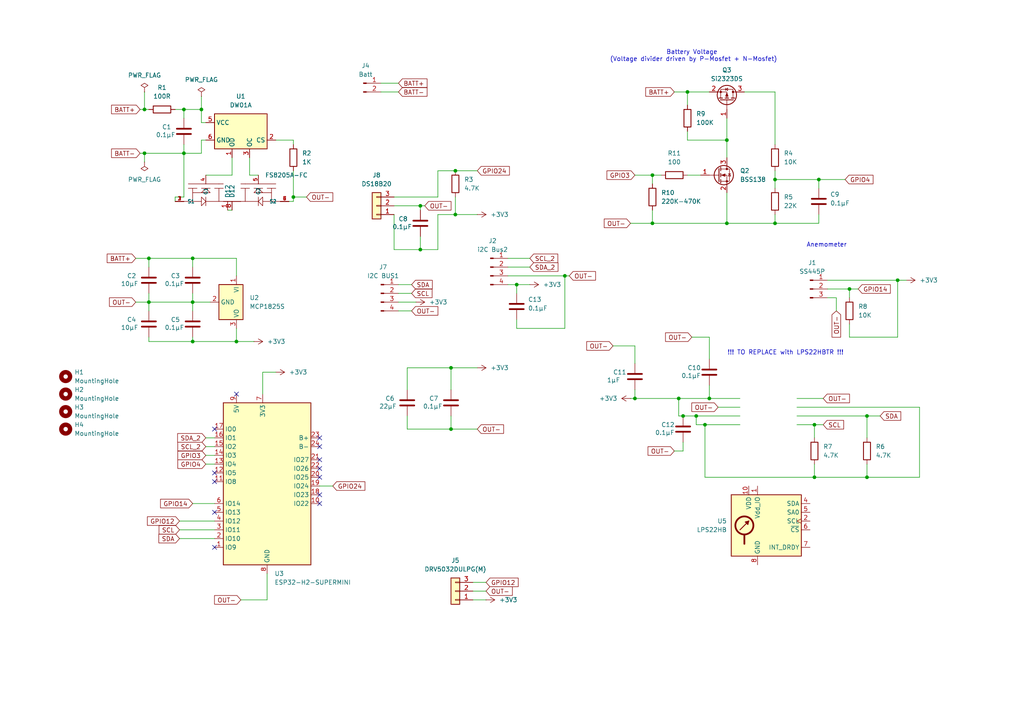
<source format=kicad_sch>
(kicad_sch (version 20250114) (generator "eeschema") (generator_version "9.0")
  (paper "A4")
  (lib_symbols
    (symbol "Battery_Management:DW01A"
      (property "Reference" "U" (at -6.604 6.35 0))
      (property "Value" "DW01A" (at 4.318 6.604 0))
      (symbol "DW01A_0_1"
        (pin power_in line (at -10.16 2.54 0) (length 2.54) (name "VCC") (number "5"))
        (pin power_in line (at -10.16 -2.54 0) (length 2.54) (name "GND") (number "6"))
        (pin output line (at -2.54 -7.62 90) (length 2.54) (name "OD") (number "1"))
        (pin output line (at 2.54 -7.62 90) (length 2.54) (name "OC") (number "3"))
        (pin input line (at 10.16 -2.54 180) (length 2.54) (name "CS") (number "2"))
      )
      (symbol "DW01A_1_1"
        (rectangle (start -7.62 5.08) (end 7.62 -5.08) (stroke (width 0.254)) (fill (type background)))
        (pin no_connect line (at 10.16 2.54 180) (length 2.54) (hide yes) (name "TD") (number "4"))
      )
    )
    (symbol "Connector:Conn_01x02_Pin" (pin_names (offset 1.016) (hide yes))
      (property "Reference" "J" (at 0 2.54 0))
      (property "Value" "Conn_01x02_Pin" (at 0 -5.08 0))
      (symbol "Conn_01x02_Pin_1_1"
        (rectangle (start 0.8636 0.127) (end 0 -0.127) (stroke (width 0.1524)) (fill (type outline)))
        (rectangle (start 0.8636 -2.413) (end 0 -2.667) (stroke (width 0.1524)) (fill (type outline)))
        (polyline (pts (xy 1.27 0) (xy 0.8636 0)) (stroke (width 0.1524)))
        (polyline (pts (xy 1.27 -2.54) (xy 0.8636 -2.54)) (stroke (width 0.1524)))
        (pin passive line (at 5.08 0 180) (length 3.81) (name "Pin_1") (number "1"))
        (pin passive line (at 5.08 -2.54 180) (length 3.81) (name "Pin_2") (number "2"))
      )
    )
    (symbol "Connector:Conn_01x03_Pin" (pin_names (offset 1.016) (hide yes))
      (property "Reference" "J" (at 0 5.08 0))
      (property "Value" "Conn_01x03_Pin" (at 0 -5.08 0))
      (symbol "Conn_01x03_Pin_1_1"
        (rectangle (start 0.8636 2.667) (end 0 2.413) (stroke (width 0.1524)) (fill (type outline)))
        (rectangle (start 0.8636 0.127) (end 0 -0.127) (stroke (width 0.1524)) (fill (type outline)))
        (rectangle (start 0.8636 -2.413) (end 0 -2.667) (stroke (width 0.1524)) (fill (type outline)))
        (polyline (pts (xy 1.27 2.54) (xy 0.8636 2.54)) (stroke (width 0.1524)))
        (polyline (pts (xy 1.27 0) (xy 0.8636 0)) (stroke (width 0.1524)))
        (polyline (pts (xy 1.27 -2.54) (xy 0.8636 -2.54)) (stroke (width 0.1524)))
        (pin passive line (at 5.08 2.54 180) (length 3.81) (name "Pin_1") (number "1"))
        (pin passive line (at 5.08 0 180) (length 3.81) (name "Pin_2") (number "2"))
        (pin passive line (at 5.08 -2.54 180) (length 3.81) (name "Pin_3") (number "3"))
      )
    )
    (symbol "Connector:Conn_01x04_Pin" (pin_names (offset 1.016) (hide yes))
      (property "Reference" "J" (at 0 5.08 0))
      (property "Value" "Conn_01x04_Pin" (at 0 -7.62 0))
      (symbol "Conn_01x04_Pin_1_1"
        (rectangle (start 0.8636 2.667) (end 0 2.413) (stroke (width 0.1524)) (fill (type outline)))
        (rectangle (start 0.8636 0.127) (end 0 -0.127) (stroke (width 0.1524)) (fill (type outline)))
        (rectangle (start 0.8636 -2.413) (end 0 -2.667) (stroke (width 0.1524)) (fill (type outline)))
        (rectangle (start 0.8636 -4.953) (end 0 -5.207) (stroke (width 0.1524)) (fill (type outline)))
        (polyline (pts (xy 1.27 2.54) (xy 0.8636 2.54)) (stroke (width 0.1524)))
        (polyline (pts (xy 1.27 0) (xy 0.8636 0)) (stroke (width 0.1524)))
        (polyline (pts (xy 1.27 -2.54) (xy 0.8636 -2.54)) (stroke (width 0.1524)))
        (polyline (pts (xy 1.27 -5.08) (xy 0.8636 -5.08)) (stroke (width 0.1524)))
        (pin passive line (at 5.08 2.54 180) (length 3.81) (name "Pin_1") (number "1"))
        (pin passive line (at 5.08 0 180) (length 3.81) (name "Pin_2") (number "2"))
        (pin passive line (at 5.08 -2.54 180) (length 3.81) (name "Pin_3") (number "3"))
        (pin passive line (at 5.08 -5.08 180) (length 3.81) (name "Pin_4") (number "4"))
      )
    )
    (symbol "Connector_Generic:Conn_01x03" (pin_names (offset 1.016) (hide yes))
      (property "Reference" "J" (at 0 5.08 0))
      (property "Value" "Conn_01x03" (at 0 -5.08 0))
      (symbol "Conn_01x03_1_1"
        (rectangle (start -1.27 3.81) (end 1.27 -3.81) (stroke (width 0.254)) (fill (type background)))
        (rectangle (start -1.27 2.667) (end 0 2.413) (stroke (width 0.1524)))
        (rectangle (start -1.27 0.127) (end 0 -0.127) (stroke (width 0.1524)))
        (rectangle (start -1.27 -2.413) (end 0 -2.667) (stroke (width 0.1524)))
        (pin passive line (at -5.08 2.54 0) (length 3.81) (name "Pin_1") (number "1"))
        (pin passive line (at -5.08 0 0) (length 3.81) (name "Pin_2") (number "2"))
        (pin passive line (at -5.08 -2.54 0) (length 3.81) (name "Pin_3") (number "3"))
      )
    )
    (symbol "Device:C" (pin_numbers (hide yes)) (pin_names (offset 0.254))
      (property "Reference" "C" (at 0.635 2.54 0))
      (property "Value" "C" (at 0.635 -2.54 0))
      (symbol "C_0_1"
        (polyline (pts (xy -2.032 0.762) (xy 2.032 0.762)) (stroke (width 0.508)))
        (polyline (pts (xy -2.032 -0.762) (xy 2.032 -0.762)) (stroke (width 0.508)))
      )
      (symbol "C_1_1"
        (pin passive line (at 0 3.81 270) (length 2.794) (name "~") (number "1"))
        (pin passive line (at 0 -3.81 90) (length 2.794) (name "~") (number "2"))
      )
    )
    (symbol "Device:R" (pin_numbers (hide yes)) (pin_names (offset 0))
      (property "Reference" "R" (at 2.032 0 90))
      (property "Value" "R" (at 0 0 90))
      (symbol "R_0_1"
        (rectangle (start -1.016 -2.54) (end 1.016 2.54) (stroke (width 0.254)))
      )
      (symbol "R_1_1"
        (pin passive line (at 0 3.81 270) (length 1.27) (name "~") (number "1"))
        (pin passive line (at 0 -3.81 90) (length 1.27) (name "~") (number "2"))
      )
    )
    (symbol "ESP32H2-Supermini:ESP32-S3-MINI-1"
      (property "Reference" "U" (at -11.43 29.21 0))
      (property "Value" "ESP32-H2-SUPERMINI" (at 12.7 29.21 0))
      (symbol "ESP32-S3-MINI-1_0_1"
        (rectangle (start -12.7 27.94) (end 12.7 -19.05) (stroke (width 0.254)) (fill (type background)))
      )
      (symbol "ESP32-S3-MINI-1_1_1"
        (pin bidirectional line (at -15.24 20.32 0) (length 2.54) (name "IO0") (number "17"))
        (pin bidirectional line (at -15.24 17.78 0) (length 2.54) (name "IO1") (number "16"))
        (pin bidirectional line (at -15.24 15.24 0) (length 2.54) (name "IO2") (number "15"))
        (pin bidirectional line (at -15.24 12.7 0) (length 2.54) (name "IO3") (number "14"))
        (pin bidirectional line (at -15.24 10.16 0) (length 2.54) (name "IO4") (number "13"))
        (pin bidirectional line (at -15.24 7.62 0) (length 2.54) (name "IO5") (number "12"))
        (pin bidirectional line (at -15.24 5.08 0) (length 2.54) (name "IO8") (number "11"))
        (pin bidirectional line (at -15.24 -1.27 0) (length 2.54) (name "IO14") (number "6"))
        (pin bidirectional line (at -15.24 -3.81 0) (length 2.54) (name "IO13") (number "5"))
        (pin bidirectional line (at -15.24 -6.35 0) (length 2.54) (name "IO12") (number "4"))
        (pin bidirectional line (at -15.24 -8.89 0) (length 2.54) (name "IO11") (number "3"))
        (pin bidirectional line (at -15.24 -11.43 0) (length 2.54) (name "IO10") (number "2"))
        (pin bidirectional line (at -15.24 -13.97 0) (length 2.54) (name "IO9") (number "1"))
        (pin power_in line (at -8.89 30.48 270) (length 2.54) (name "5V") (number "9"))
        (pin power_in line (at -1.27 30.48 270) (length 2.54) (name "3V3") (number "7"))
        (pin power_out line (at 0 -21.59 90) (length 2.54) (name "GND") (number "8"))
        (pin bidirectional line (at 15.24 17.78 180) (length 2.54) (name "B+") (number "23"))
        (pin bidirectional line (at 15.24 15.24 180) (length 2.54) (name "B-") (number "24"))
        (pin bidirectional line (at 15.24 11.43 180) (length 2.54) (name "IO27") (number "21"))
        (pin bidirectional line (at 15.24 8.89 180) (length 2.54) (name "IO26") (number "22"))
        (pin bidirectional line (at 15.24 6.35 180) (length 2.54) (name "IO25") (number "20"))
        (pin bidirectional line (at 15.24 3.81 180) (length 2.54) (name "IO24") (number "19"))
        (pin bidirectional line (at 15.24 1.27 180) (length 2.54) (name "IO23") (number "18"))
        (pin bidirectional line (at 15.24 -1.27 180) (length 2.54) (name "IO22") (number "10"))
      )
    )
    (symbol "FS8205A:FS8205A-FC" (pin_names (offset 1.016))
      (property "Value" "FS8205A-FC" (at -12.065 13.335 90))
      (symbol "FS8205A-FC_0_1"
        (polyline (pts (xy -6.35 6.35) (xy -7.62 6.35)))
        (polyline (pts (xy -6.35 6.35) (xy -6.35 2.54)))
        (polyline (pts (xy -6.35 6.35) (xy -5.08 6.35)))
        (polyline (pts (xy -3.81 6.35) (xy -2.54 6.35)))
        (polyline (pts (xy -3.81 2.54) (xy -8.89 2.54)))
        (polyline (pts (xy -2.54 6.35) (xy -3.81 5.08) (xy -1.27 5.08) (xy -2.54 6.35)))
        (polyline (pts (xy -2.54 5.08) (xy -6.35 5.08)))
        (polyline (pts (xy -2.54 3.81) (xy -2.54 1.27)))
        (polyline (pts (xy -2.54 2.54) (xy 7.62 2.54)))
        (polyline (pts (xy -2.54 2.54) (xy -3.81 3.81) (xy -3.81 1.27) (xy -2.54 2.54)))
        (polyline (pts (xy -1.27 6.35) (xy -2.54 6.35)))
        (polyline (pts (xy 1.27 7.62) (xy -7.62 7.62)))
        (polyline (pts (xy 1.27 2.54) (xy 1.27 6.35) (xy 0 6.35) (xy 2.54 6.35)))
        (polyline (pts (xy 2.54 7.62) (xy 1.27 7.62)))
        (polyline (pts (xy 7.62 7.62) (xy 8.89 7.62)))
        (polyline (pts (xy 8.89 7.62) (xy 17.78 7.62)))
        (polyline (pts (xy 8.89 2.54) (xy 8.89 6.35) (xy 10.16 6.35) (xy 7.62 6.35)))
        (polyline (pts (xy 11.43 6.35) (xy 12.7 6.35)))
        (polyline (pts (xy 12.7 6.35) (xy 13.97 5.08) (xy 11.43 5.08) (xy 12.7 6.35)))
        (polyline (pts (xy 12.7 5.08) (xy 16.51 5.08)))
        (polyline (pts (xy 12.7 3.81) (xy 12.7 1.27)))
        (polyline (pts (xy 12.7 2.54) (xy 2.54 2.54)))
        (polyline (pts (xy 12.7 2.54) (xy 13.97 3.81) (xy 13.97 1.27) (xy 12.7 2.54)))
        (polyline (pts (xy 13.97 6.35) (xy 12.7 6.35)))
        (polyline (pts (xy 13.97 2.54) (xy 19.05 2.54)))
        (polyline (pts (xy 16.51 6.35) (xy 15.24 6.35)))
        (polyline (pts (xy 16.51 6.35) (xy 16.51 2.54)))
        (polyline (pts (xy 16.51 6.35) (xy 17.78 6.35)))
      )
      (symbol "FS8205A-FC_1_0"
        (pin passive line (at -11.43 2.54 0) (length 2.54) (name "S1") (number "2"))
        (pin passive line (at -11.43 2.54 0) (length 2.54) (name "S1") (number "3"))
        (pin passive line (at -2.54 10.16 270) (length 2.54) (name "G1") (number "4"))
        (pin passive line (at 12.7 10.16 270) (length 2.54) (name "G2") (number "5"))
        (pin passive line (at 21.59 2.54 180) (length 2.54) (name "S2") (number "6"))
        (pin passive line (at 21.59 2.54 180) (length 2.54) (name "S2") (number "7"))
      )
      (symbol "FS8205A-FC_1_1"
        (pin passive line (at 3.81 0 90) (length 2.54) (name "D12") (number "1"))
        (pin passive line (at 5.08 0 90) (length 2.54) (name "D12") (number "8"))
      )
    )
    (symbol "Mechanical:MountingHole" (pin_names (offset 1.016)) (in_bom no)
      (property "Reference" "H" (at 0 5.08 0))
      (property "Value" "MountingHole" (at 0 3.175 0))
      (symbol "MountingHole_0_1"
        (circle (center 0 0) (radius 1.27) (stroke (width 1.27)))
      )
    )
    (symbol "Regulator_Linear:MCP1825S"
      (property "Reference" "U" (at -3.81 3.175 0))
      (property "Value" "MCP1825S" (at 0 3.175 0))
      (symbol "MCP1825S_0_1"
        (rectangle (start -5.08 1.905) (end 5.08 -5.08) (stroke (width 0.254)) (fill (type background)))
      )
      (symbol "MCP1825S_1_1"
        (pin power_in line (at -7.62 0 0) (length 2.54) (name "VI") (number "1"))
        (pin power_in line (at 0 -7.62 90) (length 2.54) (name "GND") (number "2"))
        (pin power_out line (at 7.62 0 180) (length 2.54) (name "VO") (number "3"))
      )
    )
    (symbol "Sensor_Pressure:LPS22HB"
      (property "Reference" "U" (at -11.43 1.27 0))
      (property "Value" "LPS22HB" (at -11.43 -1.27 0))
      (symbol "LPS22HB_0_1"
        (rectangle (start -10.16 10.16) (end 10.16 -7.62) (stroke (width 0.254)) (fill (type background)))
        (polyline (pts (xy -7.62 0) (xy -5.08 2.54)) (stroke (width 0.254)))
        (circle (center -6.35 1.27) (radius 2.6162) (stroke (width 0.508)))
        (polyline (pts (xy -6.35 -1.524) (xy -6.35 -4.064)) (stroke (width 0.508)))
        (polyline (pts (xy -5.08 2.54) (xy -5.334 1.524) (xy -6.096 2.286) (xy -5.08 2.54)) (stroke (width 0.254)) (fill (type outline)))
      )
      (symbol "LPS22HB_1_1"
        (pin power_in line (at -5.08 12.7 270) (length 2.54) (name "VDD") (number "10"))
        (pin power_in line (at -2.54 12.7 270) (length 2.54) (name "Vdd_IO") (number "1"))
        (pin passive line (at -2.54 -10.16 90) (length 2.54) (hide yes) (name "GND") (number "3"))
        (pin power_in line (at -2.54 -10.16 90) (length 2.54) (name "GND") (number "8"))
        (pin passive line (at -2.54 -10.16 90) (length 2.54) (hide yes) (name "GND") (number "9"))
        (pin bidirectional line (at 12.7 7.62 180) (length 2.54) (name "SDA") (number "4"))
        (pin input line (at 12.7 5.08 180) (length 2.54) (name "SA0") (number "5"))
        (pin input clock (at 12.7 2.54 180) (length 2.54) (name "SCL") (number "2"))
        (pin input line (at 12.7 0 180) (length 2.54) (name "~{CS}") (number "6"))
        (pin output line (at 12.7 -5.08 180) (length 2.54) (name "INT_DRDY") (number "7"))
      )
    )
    (symbol "Transistor_FET:BSS138" (pin_names (offset 0) (hide yes))
      (property "Reference" "Q" (at 5.08 1.905 0))
      (property "Value" "BSS138" (at 5.08 0 0))
      (symbol "BSS138_0_1"
        (polyline (pts (xy 0.254 1.905) (xy 0.254 -1.905)) (stroke (width 0.254)))
        (polyline (pts (xy 0.254 0) (xy -2.54 0)))
        (polyline (pts (xy 0.762 2.286) (xy 0.762 1.27)) (stroke (width 0.254)))
        (polyline (pts (xy 0.762 0.508) (xy 0.762 -0.508)) (stroke (width 0.254)))
        (polyline (pts (xy 0.762 -1.27) (xy 0.762 -2.286)) (stroke (width 0.254)))
        (polyline (pts (xy 0.762 -1.778) (xy 3.302 -1.778) (xy 3.302 1.778) (xy 0.762 1.778)))
        (polyline (pts (xy 1.016 0) (xy 2.032 0.381) (xy 2.032 -0.381) (xy 1.016 0)) (fill (type outline)))
        (circle (center 1.651 0) (radius 2.794) (stroke (width 0.254)))
        (polyline (pts (xy 2.54 2.54) (xy 2.54 1.778)))
        (circle (center 2.54 1.778) (radius 0.254) (fill (type outline)))
        (circle (center 2.54 -1.778) (radius 0.254) (fill (type outline)))
        (polyline (pts (xy 2.54 -2.54) (xy 2.54 0) (xy 0.762 0)))
        (polyline (pts (xy 2.921 0.381) (xy 3.683 0.381)))
        (polyline (pts (xy 3.302 0.381) (xy 2.921 -0.254) (xy 3.683 -0.254) (xy 3.302 0.381)))
      )
      (symbol "BSS138_1_1"
        (pin input line (at -5.08 0 0) (length 2.54) (name "G") (number "1"))
        (pin passive line (at 2.54 5.08 270) (length 2.54) (name "D") (number "3"))
        (pin passive line (at 2.54 -5.08 90) (length 2.54) (name "S") (number "2"))
      )
    )
    (symbol "Transistor_FET:Q_PMOS_GSD" (pin_names (offset 0) (hide yes))
      (property "Reference" "Q" (at 5.08 1.905 0))
      (property "Value" "Q_PMOS_GSD" (at 5.08 0 0))
      (symbol "Q_PMOS_GSD_0_1"
        (polyline (pts (xy 0.254 1.905) (xy 0.254 -1.905)) (stroke (width 0.254)))
        (polyline (pts (xy 0.254 0) (xy -2.54 0)))
        (polyline (pts (xy 0.762 2.286) (xy 0.762 1.27)) (stroke (width 0.254)))
        (polyline (pts (xy 0.762 1.778) (xy 3.302 1.778) (xy 3.302 -1.778) (xy 0.762 -1.778)))
        (polyline (pts (xy 0.762 0.508) (xy 0.762 -0.508)) (stroke (width 0.254)))
        (polyline (pts (xy 0.762 -1.27) (xy 0.762 -2.286)) (stroke (width 0.254)))
        (circle (center 1.651 0) (radius 2.794) (stroke (width 0.254)))
        (polyline (pts (xy 2.286 0) (xy 1.27 0.381) (xy 1.27 -0.381) (xy 2.286 0)) (fill (type outline)))
        (polyline (pts (xy 2.54 2.54) (xy 2.54 1.778)))
        (circle (center 2.54 1.778) (radius 0.254) (fill (type outline)))
        (circle (center 2.54 -1.778) (radius 0.254) (fill (type outline)))
        (polyline (pts (xy 2.54 -2.54) (xy 2.54 0) (xy 0.762 0)))
        (polyline (pts (xy 2.921 -0.381) (xy 3.683 -0.381)))
        (polyline (pts (xy 3.302 -0.381) (xy 2.921 0.254) (xy 3.683 0.254) (xy 3.302 -0.381)))
      )
      (symbol "Q_PMOS_GSD_1_1"
        (pin input line (at -5.08 0 0) (length 2.54) (name "G") (number "1"))
        (pin passive line (at 2.54 5.08 270) (length 2.54) (name "D") (number "3"))
        (pin passive line (at 2.54 -5.08 90) (length 2.54) (name "S") (number "2"))
      )
    )
    (symbol "power:+3V3" (power) (pin_numbers (hide yes)) (pin_names (offset 0) (hide yes))
      (property "Value" "+3V3" (at 0 3.556 0))
      (symbol "+3V3_0_1"
        (polyline (pts (xy -0.762 1.27) (xy 0 2.54)))
        (polyline (pts (xy 0 2.54) (xy 0.762 1.27)))
        (polyline (pts (xy 0 0) (xy 0 2.54)))
      )
      (symbol "+3V3_1_1"
        (pin power_in line (at 0 0 90) (length 0) (name "~") (number "1"))
      )
    )
    (symbol "power:PWR_FLAG" (power) (pin_numbers (hide yes)) (pin_names (offset 0) (hide yes))
      (property "Value" "PWR_FLAG" (at 0 3.81 0))
      (symbol "PWR_FLAG_0_0"
        (pin power_out line (at 0 0 90) (length 0) (name "~") (number "1"))
      )
      (symbol "PWR_FLAG_0_1"
        (polyline (pts (xy 0 0) (xy 0 1.27) (xy -1.016 1.905) (xy 0 2.54) (xy 1.016 1.905) (xy 0 1.27)))
      )
    )
  )
  (text "Anemometer" (at 239.776 71.12 0) (effects (font (size 1.27 1.27))))
  (text "!!! TO REPLACE with LPS22HBTR !!!" (at 227.838 102.362 0) (effects (font (size 1.27 1.27))))
  (text "Battery Voltage \n(Voltage divider driven by P-Mosfet + N-Mosfet)" (at 201.168 16.256 0) (effects (font (size 1.27 1.27))))
  (junction (at 189.23 64.77))
  (junction (at 205.74 115.57))
  (junction (at 237.49 52.07))
  (junction (at 41.91 44.45))
  (junction (at 199.39 26.67))
  (junction (at 68.58 99.06))
  (junction (at 204.47 123.19))
  (junction (at 196.85 115.57))
  (junction (at 246.38 83.82))
  (junction (at 163.83 80.01))
  (junction (at 260.35 81.28))
  (junction (at 130.81 106.68))
  (junction (at 41.91 31.75))
  (junction (at 224.79 52.07))
  (junction (at 210.82 64.77))
  (junction (at 121.92 59.69))
  (junction (at 55.88 99.06))
  (junction (at 130.81 124.46))
  (junction (at 201.93 120.65))
  (junction (at 251.46 120.65))
  (junction (at 85.09 57.15))
  (junction (at 236.22 138.43))
  (junction (at 198.12 120.65))
  (junction (at 58.42 31.75))
  (junction (at 132.08 62.23))
  (junction (at 149.86 82.55))
  (junction (at 53.34 44.45))
  (junction (at 121.92 72.39))
  (junction (at 210.82 40.64))
  (junction (at 43.18 74.93))
  (junction (at 55.88 74.93))
  (junction (at 184.15 115.57))
  (junction (at 55.88 87.63))
  (junction (at 189.23 50.8))
  (junction (at 224.79 64.77))
  (junction (at 236.22 123.19))
  (junction (at 132.08 49.53))
  (junction (at 43.18 87.63))
  (junction (at 251.46 138.43))
  (junction (at 53.34 31.75))
  (no_connect (at 92.71 138.43))
  (no_connect (at 62.23 139.7))
  (no_connect (at 62.23 158.75))
  (no_connect (at 92.71 146.05))
  (no_connect (at 92.71 135.89))
  (no_connect (at 92.71 127))
  (no_connect (at 62.23 137.16))
  (no_connect (at 68.58 114.3))
  (no_connect (at 62.23 124.46))
  (no_connect (at 62.23 148.59))
  (no_connect (at 92.71 129.54))
  (no_connect (at 92.71 133.35))
  (no_connect (at 92.71 143.51))
  (wire (pts (xy 149.86 95.25) (xy 163.83 95.25)))
  (wire (pts (xy 85.09 57.15) (xy 88.9 57.15)))
  (wire (pts (xy 251.46 120.65) (xy 251.46 127)))
  (wire (pts (xy 205.74 111.76) (xy 205.74 115.57)))
  (wire (pts (xy 50.8 57.15) (xy 53.34 57.15)))
  (wire (pts (xy 215.9 26.67) (xy 224.79 26.67)))
  (wire (pts (xy 236.22 138.43) (xy 204.47 138.43)))
  (wire (pts (xy 246.38 83.82) (xy 248.92 83.82)))
  (wire (pts (xy 251.46 134.62) (xy 251.46 138.43)))
  (wire (pts (xy 39.37 87.63) (xy 43.18 87.63)))
  (wire (pts (xy 266.7 118.11) (xy 266.7 138.43)))
  (wire (pts (xy 127 57.15) (xy 127 49.53)))
  (wire (pts (xy 149.86 82.55) (xy 149.86 85.09)))
  (wire (pts (xy 76.2 107.95) (xy 80.01 107.95)))
  (wire (pts (xy 110.49 26.67) (xy 115.57 26.67)))
  (wire (pts (xy 195.58 26.67) (xy 199.39 26.67)))
  (wire (pts (xy 43.18 74.93) (xy 43.18 77.47)))
  (wire (pts (xy 59.69 129.54) (xy 62.23 129.54)))
  (wire (pts (xy 53.34 31.75) (xy 58.42 31.75)))
  (wire (pts (xy 196.85 120.65) (xy 196.85 115.57)))
  (wire (pts (xy 196.85 115.57) (xy 205.74 115.57)))
  (wire (pts (xy 189.23 50.8) (xy 191.77 50.8)))
  (wire (pts (xy 114.3 59.69) (xy 121.92 59.69)))
  (wire (pts (xy 199.39 40.64) (xy 210.82 40.64)))
  (wire (pts (xy 204.47 123.19) (xy 201.93 123.19)))
  (wire (pts (xy 58.42 35.56) (xy 59.69 35.56)))
  (wire (pts (xy 130.81 106.68) (xy 138.43 106.68)))
  (wire (pts (xy 199.39 26.67) (xy 205.74 26.67)))
  (wire (pts (xy 43.18 99.06) (xy 43.18 97.79)))
  (wire (pts (xy 92.71 140.97) (xy 96.52 140.97)))
  (wire (pts (xy 68.58 99.06) (xy 73.66 99.06)))
  (wire (pts (xy 224.79 52.07) (xy 224.79 54.61)))
  (wire (pts (xy 40.64 31.75) (xy 41.91 31.75)))
  (wire (pts (xy 50.8 31.75) (xy 53.34 31.75)))
  (wire (pts (xy 127 49.53) (xy 132.08 49.53)))
  (wire (pts (xy 251.46 120.65) (xy 255.27 120.65)))
  (wire (pts (xy 41.91 31.75) (xy 43.18 31.75)))
  (wire (pts (xy 43.18 99.06) (xy 55.88 99.06)))
  (wire (pts (xy 50.8 58.42) (xy 50.8 57.15)))
  (wire (pts (xy 58.42 40.64) (xy 58.42 44.45)))
  (wire (pts (xy 199.39 38.1) (xy 199.39 40.64)))
  (wire (pts (xy 137.16 168.91) (xy 140.97 168.91)))
  (wire (pts (xy 83.82 58.42) (xy 85.09 58.42)))
  (wire (pts (xy 237.49 52.07) (xy 245.11 52.07)))
  (wire (pts (xy 41.91 44.45) (xy 53.34 44.45)))
  (wire (pts (xy 260.35 81.28) (xy 262.89 81.28)))
  (wire (pts (xy 251.46 138.43) (xy 236.22 138.43)))
  (wire (pts (xy 118.11 124.46) (xy 118.11 120.65)))
  (wire (pts (xy 224.79 52.07) (xy 237.49 52.07)))
  (wire (pts (xy 59.69 40.64) (xy 58.42 40.64)))
  (wire (pts (xy 214.63 120.65) (xy 201.93 120.65)))
  (wire (pts (xy 130.81 124.46) (xy 118.11 124.46)))
  (wire (pts (xy 55.88 85.09) (xy 55.88 87.63)))
  (wire (pts (xy 189.23 64.77) (xy 210.82 64.77)))
  (wire (pts (xy 132.08 62.23) (xy 127 62.23)))
  (wire (pts (xy 195.58 130.81) (xy 198.12 130.81)))
  (wire (pts (xy 246.38 83.82) (xy 246.38 86.36)))
  (wire (pts (xy 115.57 87.63) (xy 120.65 87.63)))
  (wire (pts (xy 55.88 87.63) (xy 60.96 87.63)))
  (wire (pts (xy 52.07 151.13) (xy 62.23 151.13)))
  (wire (pts (xy 59.69 132.08) (xy 62.23 132.08)))
  (wire (pts (xy 55.88 99.06) (xy 68.58 99.06)))
  (wire (pts (xy 224.79 64.77) (xy 237.49 64.77)))
  (wire (pts (xy 231.14 118.11) (xy 266.7 118.11)))
  (wire (pts (xy 231.14 123.19) (xy 236.22 123.19)))
  (wire (pts (xy 55.88 77.47) (xy 55.88 74.93)))
  (wire (pts (xy 130.81 120.65) (xy 130.81 124.46)))
  (wire (pts (xy 68.58 80.01) (xy 68.58 74.93)))
  (wire (pts (xy 204.47 138.43) (xy 204.47 123.19)))
  (wire (pts (xy 58.42 27.94) (xy 58.42 31.75)))
  (wire (pts (xy 231.14 120.65) (xy 251.46 120.65)))
  (wire (pts (xy 147.32 77.47) (xy 153.67 77.47)))
  (wire (pts (xy 184.15 113.03) (xy 184.15 115.57)))
  (wire (pts (xy 43.18 87.63) (xy 43.18 90.17)))
  (wire (pts (xy 59.69 127) (xy 62.23 127)))
  (wire (pts (xy 224.79 64.77) (xy 224.79 62.23)))
  (wire (pts (xy 58.42 44.45) (xy 53.34 44.45)))
  (wire (pts (xy 41.91 26.67) (xy 41.91 31.75)))
  (wire (pts (xy 114.3 62.23) (xy 114.3 72.39)))
  (wire (pts (xy 236.22 134.62) (xy 236.22 138.43)))
  (wire (pts (xy 132.08 49.53) (xy 138.43 49.53)))
  (wire (pts (xy 182.88 115.57) (xy 184.15 115.57)))
  (wire (pts (xy 43.18 85.09) (xy 43.18 87.63)))
  (wire (pts (xy 210.82 34.29) (xy 210.82 40.64)))
  (wire (pts (xy 118.11 106.68) (xy 130.81 106.68)))
  (wire (pts (xy 121.92 72.39) (xy 121.92 68.58)))
  (wire (pts (xy 85.09 40.64) (xy 85.09 41.91)))
  (wire (pts (xy 121.92 59.69) (xy 121.92 60.96)))
  (wire (pts (xy 130.81 106.68) (xy 130.81 113.03)))
  (wire (pts (xy 53.34 57.15) (xy 53.34 44.45)))
  (wire (pts (xy 66.04 60.96) (xy 67.31 60.96)))
  (wire (pts (xy 242.57 86.36) (xy 240.03 86.36)))
  (wire (pts (xy 115.57 82.55) (xy 119.38 82.55)))
  (wire (pts (xy 236.22 123.19) (xy 236.22 127)))
  (wire (pts (xy 40.64 44.45) (xy 41.91 44.45)))
  (wire (pts (xy 208.28 118.11) (xy 214.63 118.11)))
  (wire (pts (xy 43.18 87.63) (xy 55.88 87.63)))
  (wire (pts (xy 199.39 26.67) (xy 199.39 30.48)))
  (wire (pts (xy 189.23 50.8) (xy 189.23 53.34)))
  (wire (pts (xy 114.3 72.39) (xy 121.92 72.39)))
  (wire (pts (xy 69.85 173.99) (xy 77.47 173.99)))
  (wire (pts (xy 189.23 60.96) (xy 189.23 64.77)))
  (wire (pts (xy 72.39 50.8) (xy 72.39 45.72)))
  (wire (pts (xy 80.01 40.64) (xy 85.09 40.64)))
  (wire (pts (xy 53.34 41.91) (xy 53.34 44.45)))
  (wire (pts (xy 205.74 104.14) (xy 205.74 97.79)))
  (wire (pts (xy 77.47 173.99) (xy 77.47 166.37)))
  (wire (pts (xy 55.88 87.63) (xy 55.88 90.17)))
  (wire (pts (xy 198.12 120.65) (xy 201.93 120.65)))
  (wire (pts (xy 242.57 90.17) (xy 242.57 86.36)))
  (wire (pts (xy 55.88 146.05) (xy 62.23 146.05)))
  (wire (pts (xy 184.15 100.33) (xy 184.15 105.41)))
  (wire (pts (xy 182.88 64.77) (xy 189.23 64.77)))
  (wire (pts (xy 149.86 92.71) (xy 149.86 95.25)))
  (wire (pts (xy 240.03 83.82) (xy 246.38 83.82)))
  (wire (pts (xy 199.39 50.8) (xy 203.2 50.8)))
  (wire (pts (xy 52.07 153.67) (xy 62.23 153.67)))
  (wire (pts (xy 163.83 80.01) (xy 165.1 80.01)))
  (wire (pts (xy 137.16 173.99) (xy 140.97 173.99)))
  (wire (pts (xy 147.32 74.93) (xy 153.67 74.93)))
  (wire (pts (xy 132.08 57.15) (xy 132.08 62.23)))
  (wire (pts (xy 52.07 156.21) (xy 62.23 156.21)))
  (wire (pts (xy 266.7 138.43) (xy 251.46 138.43)))
  (wire (pts (xy 163.83 95.25) (xy 163.83 80.01)))
  (wire (pts (xy 210.82 40.64) (xy 210.82 45.72)))
  (wire (pts (xy 210.82 55.88) (xy 210.82 64.77)))
  (wire (pts (xy 85.09 58.42) (xy 85.09 57.15)))
  (wire (pts (xy 236.22 123.19) (xy 238.76 123.19)))
  (wire (pts (xy 138.43 62.23) (xy 132.08 62.23)))
  (wire (pts (xy 260.35 97.79) (xy 260.35 81.28)))
  (wire (pts (xy 127 62.23) (xy 127 72.39)))
  (wire (pts (xy 205.74 97.79) (xy 200.66 97.79)))
  (wire (pts (xy 224.79 49.53) (xy 224.79 52.07)))
  (wire (pts (xy 240.03 81.28) (xy 260.35 81.28)))
  (wire (pts (xy 147.32 80.01) (xy 163.83 80.01)))
  (wire (pts (xy 76.2 114.3) (xy 76.2 107.95)))
  (wire (pts (xy 41.91 44.45) (xy 41.91 46.99)))
  (wire (pts (xy 114.3 57.15) (xy 127 57.15)))
  (wire (pts (xy 43.18 74.93) (xy 55.88 74.93)))
  (wire (pts (xy 74.93 50.8) (xy 72.39 50.8)))
  (wire (pts (xy 138.43 124.46) (xy 130.81 124.46)))
  (wire (pts (xy 115.57 85.09) (xy 119.38 85.09)))
  (wire (pts (xy 115.57 90.17) (xy 119.38 90.17)))
  (wire (pts (xy 198.12 130.81) (xy 198.12 128.27)))
  (wire (pts (xy 147.32 82.55) (xy 149.86 82.55)))
  (wire (pts (xy 231.14 115.57) (xy 238.76 115.57)))
  (wire (pts (xy 127 72.39) (xy 121.92 72.39)))
  (wire (pts (xy 196.85 120.65) (xy 198.12 120.65)))
  (wire (pts (xy 149.86 82.55) (xy 153.67 82.55)))
  (wire (pts (xy 121.92 59.69) (xy 123.19 59.69)))
  (wire (pts (xy 59.69 134.62) (xy 62.23 134.62)))
  (wire (pts (xy 67.31 50.8) (xy 59.69 50.8)))
  (wire (pts (xy 67.31 45.72) (xy 67.31 50.8)))
  (wire (pts (xy 201.93 123.19) (xy 201.93 120.65)))
  (wire (pts (xy 43.18 74.93) (xy 39.37 74.93)))
  (wire (pts (xy 237.49 64.77) (xy 237.49 62.23)))
  (wire (pts (xy 224.79 26.67) (xy 224.79 41.91)))
  (wire (pts (xy 68.58 95.25) (xy 68.58 99.06)))
  (wire (pts (xy 214.63 123.19) (xy 204.47 123.19)))
  (wire (pts (xy 177.8 100.33) (xy 184.15 100.33)))
  (wire (pts (xy 58.42 31.75) (xy 58.42 35.56)))
  (wire (pts (xy 137.16 171.45) (xy 140.97 171.45)))
  (wire (pts (xy 110.49 24.13) (xy 115.57 24.13)))
  (wire (pts (xy 85.09 49.53) (xy 85.09 57.15)))
  (wire (pts (xy 210.82 64.77) (xy 224.79 64.77)))
  (wire (pts (xy 246.38 93.98) (xy 246.38 97.79)))
  (wire (pts (xy 237.49 52.07) (xy 237.49 54.61)))
  (wire (pts (xy 53.34 31.75) (xy 53.34 34.29)))
  (wire (pts (xy 55.88 74.93) (xy 68.58 74.93)))
  (wire (pts (xy 118.11 113.03) (xy 118.11 106.68)))
  (wire (pts (xy 184.15 115.57) (xy 196.85 115.57)))
  (wire (pts (xy 246.38 97.79) (xy 260.35 97.79)))
  (wire (pts (xy 205.74 115.57) (xy 214.63 115.57)))
  (wire (pts (xy 55.88 99.06) (xy 55.88 97.79)))
  (wire (pts (xy 184.15 50.8) (xy 189.23 50.8)))
  (global_label "SDA_2" (shape input) (at 59.69 127 180) (property "Intersheetrefs" "${INTERSHEET_REFS}" (effects (hide yes))))
  (global_label "SCL" (shape input) (at 119.38 85.09 0) (property "Intersheetrefs" "${INTERSHEET_REFS}" (effects (hide yes))))
  (global_label "OUT-" (shape input) (at 39.37 87.63 180) (property "Intersheetrefs" "${INTERSHEET_REFS}" (effects (hide yes))))
  (global_label "OUT-" (shape input) (at 200.66 97.79 180) (property "Intersheetrefs" "${INTERSHEET_REFS}" (effects (hide yes))))
  (global_label "OUT-" (shape input) (at 140.97 171.45 0) (property "Intersheetrefs" "${INTERSHEET_REFS}" (effects (hide yes))))
  (global_label "GPIO4" (shape input) (at 59.69 134.62 180) (property "Intersheetrefs" "${INTERSHEET_REFS}" (effects (hide yes))))
  (global_label "OUT-" (shape input) (at 69.85 173.99 180) (property "Intersheetrefs" "${INTERSHEET_REFS}" (effects (hide yes))))
  (global_label "OUT-" (shape input) (at 165.1 80.01 0) (property "Intersheetrefs" "${INTERSHEET_REFS}" (effects (hide yes))))
  (global_label "OUT-" (shape input) (at 195.58 130.81 180) (property "Intersheetrefs" "${INTERSHEET_REFS}" (effects (hide yes))))
  (global_label "SDA" (shape input) (at 255.27 120.65 0) (property "Intersheetrefs" "${INTERSHEET_REFS}" (effects (hide yes))))
  (global_label "SDA_2" (shape input) (at 153.67 77.47 0) (property "Intersheetrefs" "${INTERSHEET_REFS}" (effects (hide yes))))
  (global_label "GPIO14" (shape input) (at 248.92 83.82 0) (property "Intersheetrefs" "${INTERSHEET_REFS}" (effects (hide yes))))
  (global_label "GPIO24" (shape input) (at 96.52 140.97 0) (property "Intersheetrefs" "${INTERSHEET_REFS}" (effects (hide yes))))
  (global_label "OUT-" (shape input) (at 182.88 64.77 180) (property "Intersheetrefs" "${INTERSHEET_REFS}" (effects (hide yes))))
  (global_label "SCL_2" (shape input) (at 153.67 74.93 0) (property "Intersheetrefs" "${INTERSHEET_REFS}" (effects (hide yes))))
  (global_label "GPIO14" (shape input) (at 55.88 146.05 180) (property "Intersheetrefs" "${INTERSHEET_REFS}" (effects (hide yes))))
  (global_label "GPIO3" (shape input) (at 184.15 50.8 180) (property "Intersheetrefs" "${INTERSHEET_REFS}" (effects (hide yes))))
  (global_label "OUT-" (shape input) (at 119.38 90.17 0) (property "Intersheetrefs" "${INTERSHEET_REFS}" (effects (hide yes))))
  (global_label "OUT-" (shape input) (at 177.8 100.33 180) (property "Intersheetrefs" "${INTERSHEET_REFS}" (effects (hide yes))))
  (global_label "GPIO4" (shape input) (at 245.11 52.07 0) (property "Intersheetrefs" "${INTERSHEET_REFS}" (effects (hide yes))))
  (global_label "BATT-" (shape input) (at 40.64 44.45 180) (property "Intersheetrefs" "${INTERSHEET_REFS}" (effects (hide yes))))
  (global_label "SDA" (shape input) (at 119.38 82.55 0) (property "Intersheetrefs" "${INTERSHEET_REFS}" (effects (hide yes))))
  (global_label "GPIO24" (shape input) (at 138.43 49.53 0) (property "Intersheetrefs" "${INTERSHEET_REFS}" (effects (hide yes))))
  (global_label "BATT+" (shape input) (at 39.37 74.93 180) (property "Intersheetrefs" "${INTERSHEET_REFS}" (effects (hide yes))))
  (global_label "OUT-" (shape input) (at 88.9 57.15 0) (property "Intersheetrefs" "${INTERSHEET_REFS}" (effects (hide yes))))
  (global_label "BATT-" (shape input) (at 115.57 26.67 0) (property "Intersheetrefs" "${INTERSHEET_REFS}" (effects (hide yes))))
  (global_label "OUT-" (shape input) (at 123.19 59.69 0) (property "Intersheetrefs" "${INTERSHEET_REFS}" (effects (hide yes))))
  (global_label "BATT+" (shape input) (at 115.57 24.13 0) (property "Intersheetrefs" "${INTERSHEET_REFS}" (effects (hide yes))))
  (global_label "BATT+" (shape input) (at 40.64 31.75 180) (property "Intersheetrefs" "${INTERSHEET_REFS}" (effects (hide yes))))
  (global_label "SCL_2" (shape input) (at 59.69 129.54 180) (property "Intersheetrefs" "${INTERSHEET_REFS}" (effects (hide yes))))
  (global_label "GPIO3" (shape input) (at 59.69 132.08 180) (property "Intersheetrefs" "${INTERSHEET_REFS}" (effects (hide yes))))
  (global_label "SDA" (shape input) (at 52.07 156.21 180) (property "Intersheetrefs" "${INTERSHEET_REFS}" (effects (hide yes))))
  (global_label "OUT-" (shape input) (at 242.57 90.17 270) (property "Intersheetrefs" "${INTERSHEET_REFS}" (effects (hide yes))))
  (global_label "BATT+" (shape input) (at 195.58 26.67 180) (property "Intersheetrefs" "${INTERSHEET_REFS}" (effects (hide yes))))
  (global_label "SCL" (shape input) (at 238.76 123.19 0) (property "Intersheetrefs" "${INTERSHEET_REFS}" (effects (hide yes))))
  (global_label "SCL" (shape input) (at 52.07 153.67 180) (property "Intersheetrefs" "${INTERSHEET_REFS}" (effects (hide yes))))
  (global_label "OUT-" (shape input) (at 138.43 124.46 0) (property "Intersheetrefs" "${INTERSHEET_REFS}" (effects (hide yes))))
  (global_label "GPIO12" (shape input) (at 52.07 151.13 180) (property "Intersheetrefs" "${INTERSHEET_REFS}" (effects (hide yes))))
  (global_label "GPIO12" (shape input) (at 140.97 168.91 0) (property "Intersheetrefs" "${INTERSHEET_REFS}" (effects (hide yes))))
  (global_label "OUT-" (shape input) (at 238.76 115.57 0) (property "Intersheetrefs" "${INTERSHEET_REFS}" (effects (hide yes))))
  (global_label "OUT-" (shape input) (at 208.28 118.11 180) (property "Intersheetrefs" "${INTERSHEET_REFS}" (effects (hide yes))))
  (symbol (lib_id "Mechanical:MountingHole") (at 19.05 114.3 0) (unit 1) (in_bom no)
    (property "Reference" "H2" (at 21.59 113.0299 0) (effects (justify left)))
    (property "Value" "MountingHole" (at 21.59 115.5699 0) (effects (justify left)))
    (property "Footprint" "MountingHole:MountingHole_2.2mm_M2" (effects (hide yes)))
    (property "Description" "Mounting Hole without connection" (effects (hide yes)))
  )
  (symbol (lib_id "Regulator_Linear:MCP1825S") (at 68.58 87.63 270) (unit 1)
    (property "Reference" "U2" (at 72.39 86.3599 90) (effects (justify left)))
    (property "Value" "MCP1825S" (at 72.39 88.8999 90) (effects (justify left)))
    (property "Footprint" "Package_TO_SOT_SMD:SOT-223-3_TabPin2" (effects (hide yes)))
    (property "Datasheet" "http://ww1.microchip.com/downloads/en/devicedoc/22056b.pdf" (effects (hide yes)))
    (property "Description" "500mA, Low-Voltage, Low Quiescent Current LDO Regulator, SOT-223, TO-220, TO-263" (effects (hide yes)))
  )
  (symbol (lib_id "Connector:Conn_01x03_Pin") (at 234.95 83.82 0) (unit 1)
    (property "Reference" "J1" (at 235.585 76.2 0))
    (property "Value" "SS445P" (at 235.585 78.74 0))
    (property "Footprint" "Connector_Hirose:Hirose_DF13C_CL535-0403-5-51_1x03-1MP_P1.25mm_Vertical" (effects (hide yes)))
    (property "Description" "Generic connector, single row, 01x03, script generated" (effects (hide yes)))
  )
  (symbol (lib_id "Connector:Conn_01x04_Pin") (at 142.24 77.47 0) (unit 1)
    (property "Reference" "J2" (at 142.875 69.85 0))
    (property "Value" "i2C Bus2" (at 142.875 72.39 0))
    (property "Footprint" "Connector_JST:JST_PH_B4B-PH-SM4-TB_1x04-1MP_P2.00mm_Vertical" (effects (hide yes)))
    (property "Description" "Generic connector, single row, 01x04, script generated" (effects (hide yes)))
  )
  (symbol (lib_id "power:+3V3") (at 182.88 115.57 90) (unit 1)
    (property "Reference" "#PWR08" (effects (hide yes)))
    (property "Value" "+3V3" (at 179.07 115.5699 90) (effects (justify left)))
    (property "Description" "Power symbol creates a global label with name \"+3V3\"" (effects (hide yes)))
  )
  (symbol (lib_id "Device:R") (at 246.38 90.17 180) (unit 1)
    (property "Reference" "R8" (at 248.92 88.8999 0) (effects (justify right)))
    (property "Value" "10K" (at 248.92 91.4399 0) (effects (justify right)))
    (property "Footprint" "Resistor_SMD:R_0805_2012Metric" (effects (hide yes)))
    (property "Description" "Resistor" (effects (hide yes)))
  )
  (symbol (lib_id "Device:C") (at 43.18 93.98 0) (unit 1)
    (property "Reference" "C4" (at 36.83 92.71 0) (effects (justify left)))
    (property "Value" "10µF" (at 35.052 94.996 0) (effects (justify left)))
    (property "Footprint" "Capacitor_SMD:C_0805_2012Metric" (effects (hide yes)))
    (property "Description" "Unpolarized capacitor" (effects (hide yes)))
  )
  (symbol (lib_id "Device:R") (at 224.79 45.72 180) (unit 1)
    (property "Reference" "R4" (at 227.33 44.4499 0) (effects (justify right)))
    (property "Value" "10K" (at 227.33 46.9899 0) (effects (justify right)))
    (property "Footprint" "Resistor_SMD:R_0805_2012Metric" (effects (hide yes)))
    (property "Description" "Resistor" (effects (hide yes)))
  )
  (symbol (lib_id "Device:R") (at 46.99 31.75 90) (unit 1)
    (property "Reference" "R1" (at 46.99 25.4 90))
    (property "Value" "100R" (at 46.99 27.94 90))
    (property "Footprint" "Resistor_SMD:R_0805_2012Metric" (effects (hide yes)))
    (property "Description" "Resistor" (effects (hide yes)))
  )
  (symbol (lib_id "Mechanical:MountingHole") (at 19.05 124.46 0) (unit 1) (in_bom no)
    (property "Reference" "H4" (at 21.59 123.1899 0) (effects (justify left)))
    (property "Value" "MountingHole" (at 21.59 125.7299 0) (effects (justify left)))
    (property "Footprint" "MountingHole:MountingHole_2.2mm_M2" (effects (hide yes)))
    (property "Description" "Mounting Hole without connection" (effects (hide yes)))
  )
  (symbol (lib_id "Sensor_Pressure:LPS22HB") (at 222.25 153.67 0) (unit 1)
    (property "Reference" "U5" (at 210.82 151.1299 0) (effects (justify right)))
    (property "Value" "LPS22HB" (at 210.82 153.6699 0) (effects (justify right)))
    (property "Footprint" "Package_LGA:ST_HLGA-10_2x2mm_P0.5mm_LayoutBorder3x2y" (effects (hide yes)))
    (property "Datasheet" "https://www.st.com/resource/en/datasheet/lps22hb.pdf" (effects (hide yes)))
    (property "Description" "MEMS nano pressure sensor, 260-1260 hPa, absolute digital output baromeeter, 24 bit, SPI, I2C, 0.0075 hPa noise rms, ST_HLGA-10L" (effects (hide yes)))
  )
  (symbol (lib_id "Device:C") (at 53.34 38.1 0) (unit 1)
    (property "Reference" "C1" (at 46.99 36.83 0) (effects (justify left)))
    (property "Value" "0.1µF" (at 45.212 39.116 0) (effects (justify left)))
    (property "Footprint" "Capacitor_SMD:C_0805_2012Metric" (effects (hide yes)))
    (property "Description" "Unpolarized capacitor" (effects (hide yes)))
  )
  (symbol (lib_id "power:PWR_FLAG") (at 58.42 27.94 0) (unit 1)
    (property "Reference" "#FLG01" (effects (hide yes)))
    (property "Value" "PWR_FLAG" (at 58.42 23.114 0))
    (property "Description" "Special symbol for telling ERC where power comes from" (effects (hide yes)))
  )
  (symbol (lib_id "Device:C") (at 118.11 116.84 0) (unit 1)
    (property "Reference" "C6" (at 111.76 115.57 0) (effects (justify left)))
    (property "Value" "22µF" (at 109.982 117.856 0) (effects (justify left)))
    (property "Footprint" "Capacitor_SMD:C_0805_2012Metric" (effects (hide yes)))
    (property "Description" "Unpolarized capacitor" (effects (hide yes)))
  )
  (symbol (lib_id "power:+3V3") (at 73.66 99.06 270) (unit 1)
    (property "Reference" "#PWR01" (effects (hide yes)))
    (property "Value" "+3V3" (at 77.47 99.0599 90) (effects (justify left)))
    (property "Description" "Power symbol creates a global label with name \"+3V3\"" (effects (hide yes)))
  )
  (symbol (lib_id "Device:R") (at 132.08 53.34 180) (unit 1)
    (property "Reference" "R3" (at 134.62 52.0699 0) (effects (justify right)))
    (property "Value" "4.7K" (at 134.62 54.6099 0) (effects (justify right)))
    (property "Footprint" "Resistor_SMD:R_0805_2012Metric" (effects (hide yes)))
    (property "Description" "Resistor" (effects (hide yes)))
  )
  (symbol (lib_id "power:+3V3") (at 120.65 87.63 270) (unit 1)
    (property "Reference" "#PWR05" (effects (hide yes)))
    (property "Value" "+3V3" (at 124.46 87.6299 90) (effects (justify left)))
    (property "Description" "Power symbol creates a global label with name \"+3V3\"" (effects (hide yes)))
  )
  (symbol (lib_id "Device:R") (at 85.09 45.72 0) (unit 1)
    (property "Reference" "R2" (at 87.63 44.4499 0) (effects (justify left)))
    (property "Value" "1K" (at 87.63 46.9899 0) (effects (justify left)))
    (property "Footprint" "Resistor_SMD:R_0805_2012Metric" (effects (hide yes)))
    (property "Description" "Resistor" (effects (hide yes)))
  )
  (symbol (lib_id "Device:R") (at 189.23 57.15 0) (unit 1)
    (property "Reference" "R10" (at 191.77 55.8799 0) (effects (justify left)))
    (property "Value" "220K-470K" (at 191.77 58.4199 0) (effects (justify left)))
    (property "Footprint" "Resistor_SMD:R_0805_2012Metric" (effects (hide yes)))
    (property "Description" "Resistor" (effects (hide yes)))
  )
  (symbol (lib_id "Transistor_FET:Q_PMOS_GSD") (at 210.82 29.21 270) (mirror x) (unit 1)
    (property "Reference" "Q3" (at 210.82 20.32 90))
    (property "Value" "Si2323DS" (at 210.82 22.86 90))
    (property "Footprint" "Package_TO_SOT_SMD:SOT-23" (effects (hide yes)))
    (property "Description" "P-MOSFET transistor, gate/source/drain" (effects (hide yes)))
  )
  (symbol (lib_id "Device:C") (at 184.15 109.22 0) (unit 1)
    (property "Reference" "C11" (at 177.8 107.95 0) (effects (justify left)))
    (property "Value" "1µF" (at 176.022 110.236 0) (effects (justify left)))
    (property "Footprint" "Capacitor_SMD:C_0805_2012Metric" (effects (hide yes)))
    (property "Description" "Unpolarized capacitor" (effects (hide yes)))
  )
  (symbol (lib_id "Connector_Generic:Conn_01x03") (at 109.22 59.69 180) (unit 1)
    (property "Reference" "J8" (at 109.22 50.8 0))
    (property "Value" "DS18B20" (at 109.22 53.34 0))
    (property "Footprint" "Connector_Hirose:Hirose_DF13C_CL535-0403-5-51_1x03-1MP_P1.25mm_Vertical" (effects (hide yes)))
    (property "Description" "Generic connector, single row, 01x03, script generated (kicad-library-utils/schlib/autogen/connector/)" (effects (hide yes)))
  )
  (symbol (lib_id "Device:C") (at 55.88 93.98 0) (unit 1)
    (property "Reference" "C5" (at 49.53 92.71 0) (effects (justify left)))
    (property "Value" "0.1µF" (at 47.752 94.996 0) (effects (justify left)))
    (property "Footprint" "Capacitor_SMD:C_0805_2012Metric" (effects (hide yes)))
    (property "Description" "Unpolarized capacitor" (effects (hide yes)))
  )
  (symbol (lib_id "Device:R") (at 199.39 34.29 0) (unit 1)
    (property "Reference" "R9" (at 201.93 33.0199 0) (effects (justify left)))
    (property "Value" "100K" (at 201.93 35.5599 0) (effects (justify left)))
    (property "Footprint" "Resistor_SMD:R_0805_2012Metric" (effects (hide yes)))
    (property "Description" "Resistor" (effects (hide yes)))
  )
  (symbol (lib_id "Connector:Conn_01x04_Pin") (at 110.49 85.09 0) (unit 1)
    (property "Reference" "J7" (at 111.125 77.47 0))
    (property "Value" "I2C BUS1" (at 111.125 80.01 0))
    (property "Footprint" "Connector_JST:JST_PH_S4B-PH-SM4-TB_1x04-1MP_P2.00mm_Horizontal" (effects (hide yes)))
    (property "Description" "Generic connector, single row, 01x04, script generated" (effects (hide yes)))
  )
  (symbol (lib_id "FS8205A:FS8205A-FC") (at 62.23 60.96 0) (unit 1)
    (property "Reference" "Q1" (effects (hide yes)))
    (property "Value" "FS8205A-FC" (at 76.8986 50.8 0) (effects (justify left)))
    (property "Footprint" "FS8205A:SOP65P640X120-8N-FC" (effects (hide yes)))
    (property "MF" "Fortune Semiconductor" (effects (hide yes)))
    (property "MAXIMUM_PACKAGE_HEIGHT" "1.2mm" (effects (hide yes)))
    (property "Package" "Package" (effects (hide yes)))
    (property "Price" "None" (effects (hide yes)))
    (property "Check_prices" "https://www.snapeda.com/parts/FS8205A/Fortune+Semiconductor/view-part/?ref=eda" (effects (hide yes)))
    (property "STANDARD" "IPC 7351B" (effects (hide yes)))
    (property "PARTREV" "1.7" (effects (hide yes)))
    (property "SnapEDA_Link" "https://www.snapeda.com/parts/FS8205A/Fortune+Semiconductor/view-part/?ref=snap" (effects (hide yes)))
    (property "MP" "FS8205A" (effects (hide yes)))
    (property "Availability" "In Stock" (effects (hide yes)))
    (property "MANUFACTURER" "Fortune Semiconductor" (effects (hide yes)))
  )
  (symbol (lib_id "power:+3V3") (at 262.89 81.28 270) (unit 1)
    (property "Reference" "#PWR012" (effects (hide yes)))
    (property "Value" "+3V3" (at 266.7 81.2799 90) (effects (justify left)))
    (property "Description" "Power symbol creates a global label with name \"+3V3\"" (effects (hide yes)))
  )
  (symbol (lib_id "power:PWR_FLAG") (at 41.91 46.99 180) (unit 1)
    (property "Reference" "#FLG02" (effects (hide yes)))
    (property "Value" "PWR_FLAG" (at 41.91 52.07 0))
    (property "Description" "Special symbol for telling ERC where power comes from" (effects (hide yes)))
  )
  (symbol (lib_id "Device:C") (at 130.81 116.84 0) (unit 1)
    (property "Reference" "C7" (at 124.46 115.57 0) (effects (justify left)))
    (property "Value" "0.1µF" (at 122.682 117.856 0) (effects (justify left)))
    (property "Footprint" "Capacitor_SMD:C_0805_2012Metric" (effects (hide yes)))
    (property "Description" "Unpolarized capacitor" (effects (hide yes)))
  )
  (symbol (lib_id "power:+3V3") (at 153.67 82.55 270) (unit 1)
    (property "Reference" "#PWR09" (effects (hide yes)))
    (property "Value" "+3V3" (at 157.48 82.5499 90) (effects (justify left)))
    (property "Description" "Power symbol creates a global label with name \"+3V3\"" (effects (hide yes)))
  )
  (symbol (lib_id "Mechanical:MountingHole") (at 19.05 119.38 0) (unit 1) (in_bom no)
    (property "Reference" "H3" (at 21.59 118.1099 0) (effects (justify left)))
    (property "Value" "MountingHole" (at 21.59 120.6499 0) (effects (justify left)))
    (property "Footprint" "MountingHole:MountingHole_2.2mm_M2" (effects (hide yes)))
    (property "Description" "Mounting Hole without connection" (effects (hide yes)))
  )
  (symbol (lib_id "power:+3V3") (at 140.97 173.99 270) (unit 1)
    (property "Reference" "#PWR04" (effects (hide yes)))
    (property "Value" "+3V3" (at 144.78 173.9899 90) (effects (justify left)))
    (property "Description" "Power symbol creates a global label with name \"+3V3\"" (effects (hide yes)))
  )
  (symbol (lib_id "Device:R") (at 251.46 130.81 0) (unit 1)
    (property "Reference" "R6" (at 254 129.5399 0) (effects (justify left)))
    (property "Value" "4.7K" (at 254 132.0799 0) (effects (justify left)))
    (property "Footprint" "Resistor_SMD:R_0805_2012Metric" (effects (hide yes)))
    (property "Description" "Resistor" (effects (hide yes)))
  )
  (symbol (lib_id "Transistor_FET:BSS138") (at 208.28 50.8 0) (unit 1)
    (property "Reference" "Q2" (at 214.63 49.5299 0) (effects (justify left)))
    (property "Value" "BSS138" (at 214.63 52.0699 0) (effects (justify left)))
    (property "Footprint" "Package_TO_SOT_SMD:SOT-23" (effects (hide yes)))
    (property "Datasheet" "https://www.onsemi.com/pub/Collateral/BSS138-D.PDF" (effects (hide yes)))
    (property "Description" "50V Vds, 0.22A Id, N-Channel MOSFET, SOT-23" (effects (hide yes)))
  )
  (symbol (lib_id "Device:C") (at 43.18 81.28 0) (unit 1)
    (property "Reference" "C2" (at 36.83 80.01 0) (effects (justify left)))
    (property "Value" "10µF" (at 35.052 82.296 0) (effects (justify left)))
    (property "Footprint" "Capacitor_SMD:C_0805_2012Metric" (effects (hide yes)))
    (property "Description" "Unpolarized capacitor" (effects (hide yes)))
  )
  (symbol (lib_id "Device:C") (at 55.88 81.28 0) (unit 1)
    (property "Reference" "C3" (at 49.53 80.01 0) (effects (justify left)))
    (property "Value" "0.1µF" (at 47.752 82.296 0) (effects (justify left)))
    (property "Footprint" "Capacitor_SMD:C_0805_2012Metric" (effects (hide yes)))
    (property "Description" "Unpolarized capacitor" (effects (hide yes)))
  )
  (symbol (lib_id "Device:C") (at 121.92 64.77 0) (unit 1)
    (property "Reference" "C8" (at 115.57 63.5 0) (effects (justify left)))
    (property "Value" "0.1µF" (at 113.792 65.786 0) (effects (justify left)))
    (property "Footprint" "Capacitor_SMD:C_0805_2012Metric" (effects (hide yes)))
    (property "Description" "Unpolarized capacitor" (effects (hide yes)))
  )
  (symbol (lib_id "Device:R") (at 236.22 130.81 0) (unit 1)
    (property "Reference" "R7" (at 238.76 129.5399 0) (effects (justify left)))
    (property "Value" "4.7K" (at 238.76 132.0799 0) (effects (justify left)))
    (property "Footprint" "Resistor_SMD:R_0805_2012Metric" (effects (hide yes)))
    (property "Description" "Resistor" (effects (hide yes)))
  )
  (symbol (lib_id "power:+3V3") (at 138.43 106.68 270) (unit 1)
    (property "Reference" "#PWR02" (effects (hide yes)))
    (property "Value" "+3V3" (at 142.24 106.6799 90) (effects (justify left)))
    (property "Description" "Power symbol creates a global label with name \"+3V3\"" (effects (hide yes)))
  )
  (symbol (lib_id "Device:C") (at 237.49 58.42 0) (unit 1)
    (property "Reference" "C9" (at 240.792 56.388 0) (effects (justify left)))
    (property "Value" "0.1µF" (at 240.792 58.928 0) (effects (justify left)))
    (property "Footprint" "Capacitor_SMD:C_0805_2012Metric" (effects (hide yes)))
    (property "Description" "Unpolarized capacitor" (effects (hide yes)))
  )
  (symbol (lib_id "Connector:Conn_01x02_Pin") (at 105.41 24.13 0) (unit 1)
    (property "Reference" "J4" (at 106.045 19.05 0))
    (property "Value" "Batt" (at 106.045 21.59 0))
    (property "Footprint" "Connector_PinHeader_2.54mm:PinHeader_1x02_P2.54mm_Vertical" (effects (hide yes)))
    (property "Description" "Generic connector, single row, 01x02, script generated" (effects (hide yes)))
  )
  (symbol (lib_id "power:PWR_FLAG") (at 41.91 26.67 0) (unit 1)
    (property "Reference" "#FLG03" (effects (hide yes)))
    (property "Value" "PWR_FLAG" (at 41.91 21.844 0))
    (property "Description" "Special symbol for telling ERC where power comes from" (effects (hide yes)))
  )
  (symbol (lib_id "power:+3V3") (at 138.43 62.23 270) (unit 1)
    (property "Reference" "#PWR07" (effects (hide yes)))
    (property "Value" "+3V3" (at 142.24 62.2299 90) (effects (justify left)))
    (property "Description" "Power symbol creates a global label with name \"+3V3\"" (effects (hide yes)))
  )
  (symbol (lib_id "Device:C") (at 149.86 88.9 0) (unit 1)
    (property "Reference" "C13" (at 153.162 86.868 0) (effects (justify left)))
    (property "Value" "0.1µF" (at 153.162 89.408 0) (effects (justify left)))
    (property "Footprint" "Capacitor_SMD:C_0805_2012Metric" (effects (hide yes)))
    (property "Description" "Unpolarized capacitor" (effects (hide yes)))
  )
  (symbol (lib_id "Device:C") (at 205.74 107.95 0) (unit 1)
    (property "Reference" "C10" (at 199.39 106.68 0) (effects (justify left)))
    (property "Value" "0.1µF" (at 197.612 108.966 0) (effects (justify left)))
    (property "Footprint" "Capacitor_SMD:C_0805_2012Metric" (effects (hide yes)))
    (property "Description" "Unpolarized capacitor" (effects (hide yes)))
  )
  (symbol (lib_id "Device:R") (at 224.79 58.42 180) (unit 1)
    (property "Reference" "R5" (at 227.33 57.1499 0) (effects (justify right)))
    (property "Value" "22K" (at 227.33 59.6899 0) (effects (justify right)))
    (property "Footprint" "Resistor_SMD:R_0805_2012Metric" (effects (hide yes)))
    (property "Description" "Resistor" (effects (hide yes)))
  )
  (symbol (lib_id "ESP32H2-Supermini:ESP32-S3-MINI-1") (at 77.47 144.78 0) (unit 1)
    (property "Reference" "U3" (at 79.6133 166.37 0) (effects (justify left)))
    (property "Value" "ESP32-H2-SUPERMINI" (at 79.6133 168.91 0) (effects (justify left)))
    (property "Footprint" "esp32-h2-supermini:ESP32H2-Supermini" (effects (hide yes)))
    (property "Datasheet" "https://www.espressif.com/sites/default/files/documentation/esp32-h2_datasheet_en.pdf" (effects (hide yes)))
    (property "Description" "\"RF Module, ESP32-H2 SoC, Bluetooth 5.2 (LE), IEEE 802.15.4, 32-bit, 3.3V, SMD, onboard antenna.\"" (effects (hide yes)))
  )
  (symbol (lib_id "Device:C") (at 198.12 124.46 0) (unit 1)
    (property "Reference" "C12" (at 191.77 123.19 0) (effects (justify left)))
    (property "Value" "0.1µF" (at 189.992 125.476 0) (effects (justify left)))
    (property "Footprint" "Capacitor_SMD:C_0805_2012Metric" (effects (hide yes)))
    (property "Description" "Unpolarized capacitor" (effects (hide yes)))
  )
  (symbol (lib_id "Mechanical:MountingHole") (at 19.05 109.22 0) (unit 1) (in_bom no)
    (property "Reference" "H1" (at 21.59 107.9499 0) (effects (justify left)))
    (property "Value" "MountingHole" (at 21.59 110.4899 0) (effects (justify left)))
    (property "Footprint" "MountingHole:MountingHole_2.2mm_M2" (effects (hide yes)))
    (property "Description" "Mounting Hole without connection" (effects (hide yes)))
  )
  (symbol (lib_id "Device:R") (at 195.58 50.8 90) (unit 1)
    (property "Reference" "R11" (at 195.58 44.45 90))
    (property "Value" "100" (at 195.58 46.99 90))
    (property "Footprint" "Resistor_SMD:R_0805_2012Metric" (effects (hide yes)))
    (property "Description" "Resistor" (effects (hide yes)))
  )
  (symbol (lib_id "Connector_Generic:Conn_01x03") (at 132.08 171.45 180) (unit 1)
    (property "Reference" "J5" (at 132.08 162.56 0))
    (property "Value" "DRV5032DULPG(M)" (at 132.08 165.1 0))
    (property "Footprint" "Connector_Hirose:Hirose_DF13C_CL535-0403-5-51_1x03-1MP_P1.25mm_Vertical" (effects (hide yes)))
    (property "Description" "Generic connector, single row, 01x03, script generated (kicad-library-utils/schlib/autogen/connector/)" (effects (hide yes)))
  )
  (symbol (lib_id "Battery_Management:DW01A") (at 69.85 38.1 0) (unit 1)
    (property "Reference" "U1" (at 69.85 27.94 0))
    (property "Value" "DW01A" (at 69.85 30.48 0))
    (property "Footprint" "Package_TO_SOT_SMD:SOT-23-6" (effects (hide yes)))
    (property "Datasheet" "https://hmsemi.com/downfile/DW01A.PDF" (effects (hide yes)))
    (property "Description" "Overcharge, overcurrent and overdischarge protection IC for single cell lithium-ion/polymer battery" (effects (hide yes)))
  )
  (symbol (lib_id "power:+3V3") (at 80.01 107.95 270) (unit 1)
    (property "Reference" "#PWR03" (effects (hide yes)))
    (property "Value" "+3V3" (at 83.82 107.9499 90) (effects (justify left)))
    (property "Description" "Power symbol creates a global label with name \"+3V3\"" (effects (hide yes)))
  )
)
</source>
